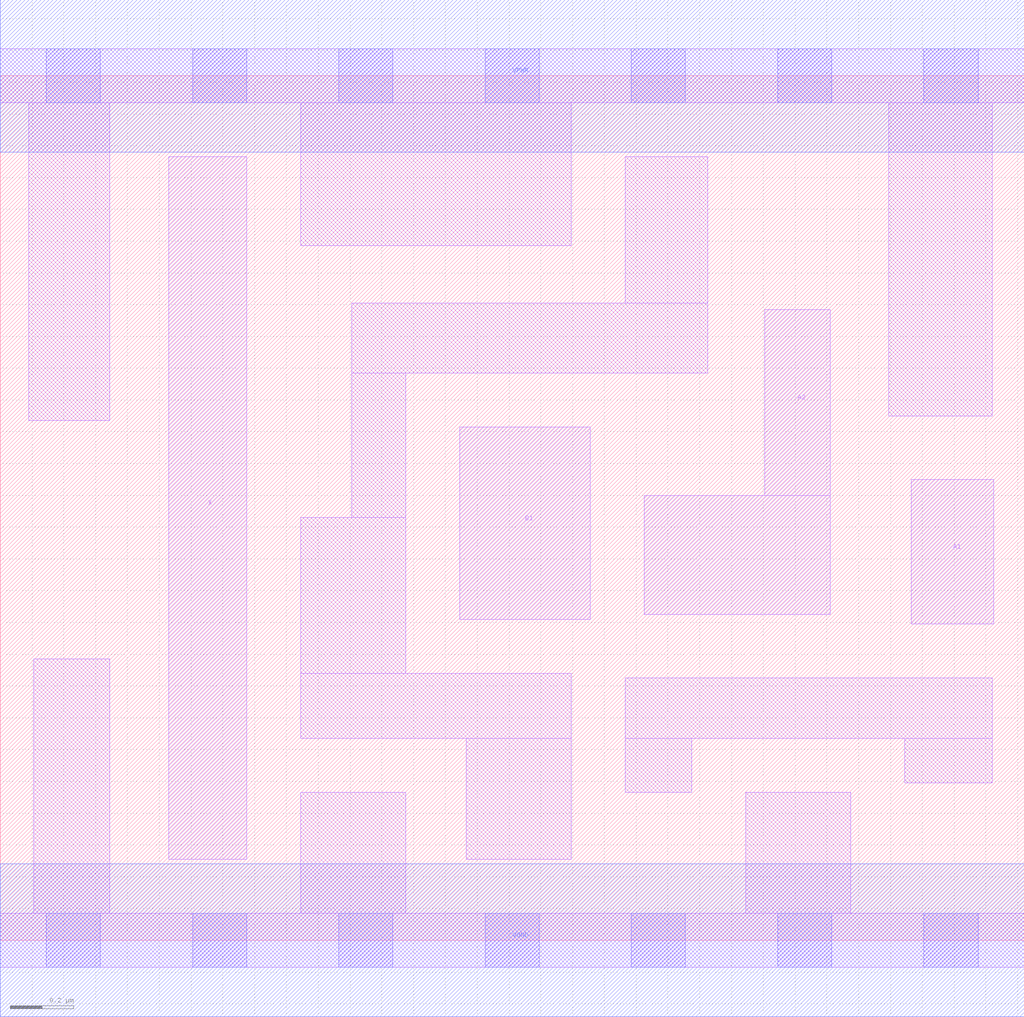
<source format=lef>
# Copyright 2020 The SkyWater PDK Authors
#
# Licensed under the Apache License, Version 2.0 (the "License");
# you may not use this file except in compliance with the License.
# You may obtain a copy of the License at
#
#     https://www.apache.org/licenses/LICENSE-2.0
#
# Unless required by applicable law or agreed to in writing, software
# distributed under the License is distributed on an "AS IS" BASIS,
# WITHOUT WARRANTIES OR CONDITIONS OF ANY KIND, either express or implied.
# See the License for the specific language governing permissions and
# limitations under the License.
#
# SPDX-License-Identifier: Apache-2.0

VERSION 5.7 ;
  NAMESCASESENSITIVE ON ;
  NOWIREEXTENSIONATPIN ON ;
  DIVIDERCHAR "/" ;
  BUSBITCHARS "[]" ;
UNITS
  DATABASE MICRONS 200 ;
END UNITS
MACRO sky130_fd_sc_hd__o21a_2
  CLASS CORE ;
  FOREIGN sky130_fd_sc_hd__o21a_2 ;
  ORIGIN  0.000000  0.000000 ;
  SIZE  3.220000 BY  2.720000 ;
  SYMMETRY X Y R90 ;
  SITE unithd ;
  PIN A1
    ANTENNAGATEAREA  0.247500 ;
    DIRECTION INPUT ;
    USE SIGNAL ;
    PORT
      LAYER li1 ;
        RECT 2.865000 0.995000 3.125000 1.450000 ;
    END
  END A1
  PIN A2
    ANTENNAGATEAREA  0.247500 ;
    DIRECTION INPUT ;
    USE SIGNAL ;
    PORT
      LAYER li1 ;
        RECT 2.025000 1.025000 2.610000 1.400000 ;
        RECT 2.405000 1.400000 2.610000 1.985000 ;
    END
  END A2
  PIN B1
    ANTENNAGATEAREA  0.247500 ;
    DIRECTION INPUT ;
    USE SIGNAL ;
    PORT
      LAYER li1 ;
        RECT 1.445000 1.010000 1.855000 1.615000 ;
    END
  END B1
  PIN X
    ANTENNADIFFAREA  0.453750 ;
    DIRECTION OUTPUT ;
    USE SIGNAL ;
    PORT
      LAYER li1 ;
        RECT 0.530000 0.255000 0.775000 2.465000 ;
    END
  END X
  PIN VGND
    DIRECTION INOUT ;
    SHAPE ABUTMENT ;
    USE GROUND ;
    PORT
      LAYER met1 ;
        RECT 0.000000 -0.240000 3.220000 0.240000 ;
    END
  END VGND
  PIN VPWR
    DIRECTION INOUT ;
    SHAPE ABUTMENT ;
    USE POWER ;
    PORT
      LAYER met1 ;
        RECT 0.000000 2.480000 3.220000 2.960000 ;
    END
  END VPWR
  OBS
    LAYER li1 ;
      RECT 0.000000 -0.085000 3.220000 0.085000 ;
      RECT 0.000000  2.635000 3.220000 2.805000 ;
      RECT 0.090000  1.635000 0.345000 2.635000 ;
      RECT 0.105000  0.085000 0.345000 0.885000 ;
      RECT 0.945000  0.085000 1.275000 0.465000 ;
      RECT 0.945000  0.635000 1.795000 0.840000 ;
      RECT 0.945000  0.840000 1.275000 1.330000 ;
      RECT 0.945000  2.185000 1.795000 2.635000 ;
      RECT 1.105000  1.330000 1.275000 1.785000 ;
      RECT 1.105000  1.785000 2.225000 2.005000 ;
      RECT 1.465000  0.255000 1.795000 0.635000 ;
      RECT 1.965000  0.465000 2.175000 0.635000 ;
      RECT 1.965000  0.635000 3.120000 0.825000 ;
      RECT 1.965000  2.005000 2.225000 2.465000 ;
      RECT 2.345000  0.085000 2.675000 0.465000 ;
      RECT 2.795000  1.650000 3.120000 2.635000 ;
      RECT 2.845000  0.495000 3.120000 0.635000 ;
    LAYER mcon ;
      RECT 0.145000 -0.085000 0.315000 0.085000 ;
      RECT 0.145000  2.635000 0.315000 2.805000 ;
      RECT 0.605000 -0.085000 0.775000 0.085000 ;
      RECT 0.605000  2.635000 0.775000 2.805000 ;
      RECT 1.065000 -0.085000 1.235000 0.085000 ;
      RECT 1.065000  2.635000 1.235000 2.805000 ;
      RECT 1.525000 -0.085000 1.695000 0.085000 ;
      RECT 1.525000  2.635000 1.695000 2.805000 ;
      RECT 1.985000 -0.085000 2.155000 0.085000 ;
      RECT 1.985000  2.635000 2.155000 2.805000 ;
      RECT 2.445000 -0.085000 2.615000 0.085000 ;
      RECT 2.445000  2.635000 2.615000 2.805000 ;
      RECT 2.905000 -0.085000 3.075000 0.085000 ;
      RECT 2.905000  2.635000 3.075000 2.805000 ;
  END
END sky130_fd_sc_hd__o21a_2
END LIBRARY

</source>
